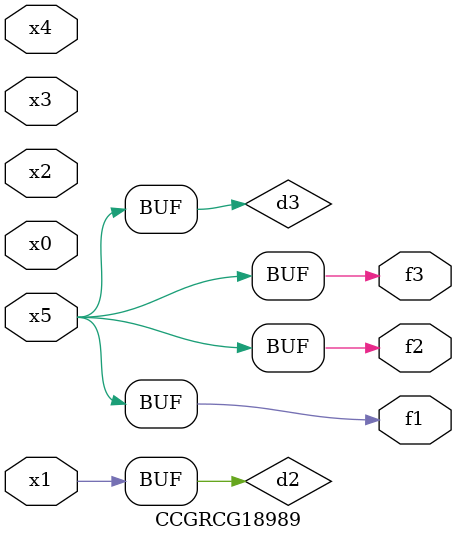
<source format=v>
module CCGRCG18989(
	input x0, x1, x2, x3, x4, x5,
	output f1, f2, f3
);

	wire d1, d2, d3;

	not (d1, x5);
	or (d2, x1);
	xnor (d3, d1);
	assign f1 = d3;
	assign f2 = d3;
	assign f3 = d3;
endmodule

</source>
